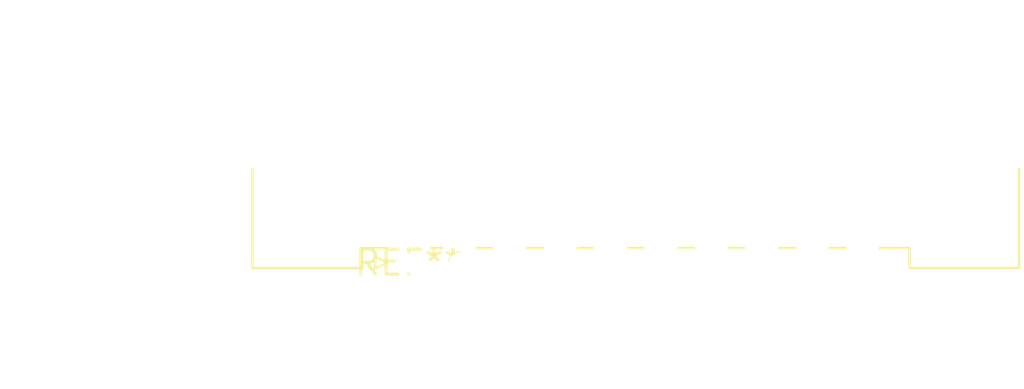
<source format=kicad_pcb>
(kicad_pcb (version 20240108) (generator pcbnew)
  (layers (0 "F.Cu" signal) (31 "B.Cu" signal) (34 "B.Paste" user) (35 "F.Paste" user) (36 "B.SilkS" user "B.Silkscreen") (37 "F.SilkS" user "F.Silkscreen") (38 "B.Mask" user) (39 "F.Mask" user) (44 "Edge.Cuts" user))
  (net 0 "")
  (footprint "DIN41612_R3_2x10_Female_Horizontal_THT" (layer "F.Cu") (at 0 0)
    (property "Reference" "REF**")
    (property "Value" "DIN41612_R3_2x10_Female_Horizontal_THT")
    (fp_line (start -7.88 -4.74) (end -7.88 0.26) (layer "F.SilkS") (stroke (width 0.12)))
    (fp_line (start -7.88 0.26) (end -2.36 0.26) (layer "F.SilkS") (stroke (width 0.12)))
    (fp_line (start -2.361 -0.74) (end -1.095 -0.74) (layer "F.SilkS") (stroke (width 0.12)))
    (fp_line (start -2.36 0.26) (end -2.36 -0.74) (layer "F.SilkS") (stroke (width 0.12)))
    (fp_line (start -1.695 -0.3) (end -1.695 0.3) (layer "F.SilkS") (stroke (width 0.12)))
    (fp_line (start -1.695 0.3) (end -1.095 0) (layer "F.SilkS") (stroke (width 0.12)))
    (fp_line (start -1.095 0) (end -1.695 -0.3) (layer "F.SilkS") (stroke (width 0.12)))
    (fp_line (start 1.095 -0.74) (end 1.671 -0.74) (layer "F.SilkS") (stroke (width 0.12)))
    (fp_line (start 3.41 -0.74) (end 4.211 -0.74) (layer "F.SilkS") (stroke (width 0.12)))
    (fp_line (start 5.95 -0.74) (end 6.751 -0.74) (layer "F.SilkS") (stroke (width 0.12)))
    (fp_line (start 8.49 -0.74) (end 9.291 -0.74) (layer "F.SilkS") (stroke (width 0.12)))
    (fp_line (start 11.03 -0.74) (end 11.831 -0.74) (layer "F.SilkS") (stroke (width 0.12)))
    (fp_line (start 13.57 -0.74) (end 14.371 -0.74) (layer "F.SilkS") (stroke (width 0.12)))
    (fp_line (start 16.11 -0.74) (end 16.911 -0.74) (layer "F.SilkS") (stroke (width 0.12)))
    (fp_line (start 18.65 -0.74) (end 19.451 -0.74) (layer "F.SilkS") (stroke (width 0.12)))
    (fp_line (start 21.19 -0.74) (end 21.991 -0.74) (layer "F.SilkS") (stroke (width 0.12)))
    (fp_line (start 23.73 -0.74) (end 25.22 -0.74) (layer "F.SilkS") (stroke (width 0.12)))
    (fp_line (start 25.22 0.26) (end 25.22 -0.74) (layer "F.SilkS") (stroke (width 0.12)))
    (fp_line (start 30.74 -4.74) (end 30.74 0.26) (layer "F.SilkS") (stroke (width 0.12)))
    (fp_line (start 30.74 0.26) (end 25.22 0.26) (layer "F.SilkS") (stroke (width 0.12)))
    (pad "" np_thru_hole circle (at -5.08 -2.54) (size 2.85 2.85) (drill 2.85) (layers *.Cu *.Mask))
    (pad "" np_thru_hole circle (at 27.94 -2.54) (size 2.85 2.85) (drill 2.85) (layers *.Cu *.Mask))
    (pad "a1" thru_hole roundrect (at 0 0) (size 1.55 1.55) (drill 1) (layers *.Cu *.Mask) (remove_unused_layers) (roundrect_rratio 0.16129))
    (pad "a2" thru_hole circle (at 2.54 0) (size 1.55 1.55) (drill 1) (layers *.Cu *.Mask) (remove_unused_layers))
    (pad "a3" thru_hole circle (at 5.08 0) (size 1.55 1.55) (drill 1) (layers *.Cu *.Mask) (remove_unused_layers))
    (pad "a4" thru_hole circle (at 7.62 0) (size 1.55 1.55) (drill 1) (layers *.Cu *.Mask) (remove_unused_layers))
    (pad "a5" thru_hole circle (at 10.16 0) (size 1.55 1.55) (drill 1) (layers *.Cu *.Mask) (remove_unused_layers))
    (pad "a6" thru_hole circle (at 12.7 0) (size 1.55 1.55) (drill 1) (layers *.Cu *.Mask) (remove_unused_layers))
    (pad "a7" thru_hole circle (at 15.24 0) (size 1.55 1.55) (drill 1) (layers *.Cu *.Mask) (remove_unused_layers))
    (pad "a8" thru_hole circle (at 17.78 0) (size 1.55 1.55) (drill 1) (layers *.Cu *.Mask) (remove_unused_layers))
    (pad "a9" thru_hole circle (at 20.32 0) (size 1.55 1.55) (drill 1) (layers *.Cu *.Mask) (remove_unused_layers))
    (pad "a10" thru_hole circle (at 22.86 0) (size 1.55 1.55) (drill 1) (layers *.Cu *.Mask) (remove_unused_layers))
    (pad "c1" thru_hole circle (at 0 5.08) (size 1.55 1.55) (drill 1) (layers *.Cu *.Mask) (remove_unused_layers))
    (pad "c2" thru_hole circle (at 2.54 5.08) (size 1.55 1.55) (drill 1) (layers *.Cu *.Mask) (remove_unused_layers))
    (pad "c3" thru_hole circle (at 5.08 5.08) (size 1.55 1.55) (drill 1) (layers *.Cu *.Mask) (remove_unused_layers))
    (pad "c4" thru_hole circle (at 7.62 5.08) (size 1.55 1.55) (drill 1) (layers *.Cu *.Mask) (remove_unused_layers))
    (pad "c5" thru_hole circle (at 10.16 5.08) (size 1.55 1.55) (drill 1) (layers *.Cu *.Mask) (remove_unused_layers))
    (pad "c6" thru_hole circle (at 12.7 5.08) (size 1.55 1.55) (drill 1) (layers *.Cu *.Mask) (remove_unused_layers))
    (pad "c7" thru_hole circle (at 15.24 5.08) (size 1.55 1.55) (drill 1) (layers *.Cu *.Mask) (remove_unused_layers))
    (pad "c8" thru_hole circle (at 17.78 5.08) (size 1.55 1.55) (drill 1) (layers *.Cu *.Mask) (remove_unused_layers))
    (pad "c9" thru_hole circle (at 20.32 5.08) (size 1.55 1.55) (drill 1) (layers *.Cu *.Mask) (remove_unused_layers))
    (pad "c10" thru_hole circle (at 22.86 5.08) (size 1.55 1.55) (drill 1) (layers *.Cu *.Mask) (remove_unused_layers))
  )
)
</source>
